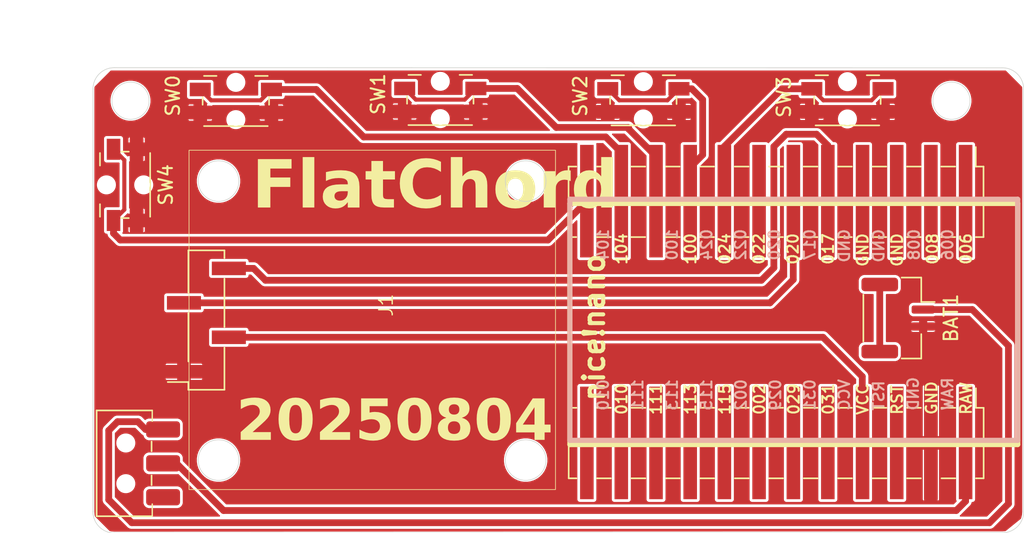
<source format=kicad_pcb>
(kicad_pcb (version 20241229) (generator "pcbnew") (generator_version "9.0")
  (layers (0 "F.Cu" signal) (2 "B.Cu" signal) (13 "F.Paste" user) (15 "B.Paste" user) (5 "F.SilkS" user "F.Silkscreen") (7 "B.SilkS" user "B.Silkscreen") (1 "F.Mask" user) (3 "B.Mask" user) (25 "Edge.Cuts" user))
  (net 0 "")
  (net 1 "/B+")
  (net 2 "/SCL")
  (net 3 "VCC")
  (net 4 "GND")
  (net 5 "/SDA")
  (net 6 "/index")
  (net 7 "/middle")
  (net 8 "/ring")
  (net 9 "/pinky")
  (net 10 "/thumb")
  (net 11 "/RAW")
  (net 27 "/mp")
  (footprint "footprints:JST_GH_SM02B-GHS-TB_1x02-1MP_P1.25mm_Horizontal" (layer "F.Cu") (at 227.11 84.105 -90)
    (property "Reference" "BAT1" (at 0 -3.9 90) (layer "F.SilkS"))
    (property "Value" "JST-GH 1.25")
    (fp_line (start -1.715 2.56) (end 1.715 2.56) (stroke (width 0.12)) (layer "F.SilkS"))
    (fp_line (start -2.985 -0.26) (end -2.985 -1.71) (stroke (width 0.12)) (layer "F.SilkS"))
    (fp_line (start 2.985 -0.26) (end 2.985 -1.71) (stroke (width 0.12)) (layer "F.SilkS"))
    (fp_line (start -2.985 -1.71) (end -1.185 -1.71) (stroke (width 0.12)) (layer "F.SilkS"))
    (fp_line (start -1.185 -1.71) (end -1.185 -2.7) (stroke (width 0.12)) (layer "F.SilkS"))
    (fp_line (start 2.985 -1.71) (end 1.185 -1.71) (stroke (width 0.12)) (layer "F.SilkS"))
    (pad "1" smd roundrect (at -0.625 -1.85 270) (size 0.6 1.7) (layers "F.Cu" "F.Mask" "F.Paste") (net 1 "/B+"))
    (pad "2" smd roundrect (at 0.625 -1.85 270) (size 0.6 1.7) (layers "F.Cu" "F.Mask" "F.Paste") (net 4 "GND"))
    (pad "3" smd roundrect (at -2.475 1.35 270) (size 1 2.7) (layers "F.Cu" "F.Mask" "F.Paste") (net 27 "/mp"))
    (pad "4" smd roundrect (at 2.475 1.35 270) (size 1 2.7) (layers "F.Cu" "F.Mask" "F.Paste") (net 27 "/mp"))
  )
  (footprint "Button_Switch_SMD:Panasonic_EVQPUL_EVQPUC" (layer "F.Cu") (at 223.375 68.05)
    (property "Reference" "SW3" (at -4.685 -0.24 90) (layer "F.SilkS"))
    (property "Value" "SW_SPST" (hide yes))
    (fp_line (start -2.45 0.275) (end -2.45 -0.275) (stroke (width 0.12)) (layer "F.SilkS"))
    (fp_line (start -1.425 -1.85) (end -2.35 -1.85) (stroke (width 0.12)) (layer "F.SilkS"))
    (fp_line (start 2.35 -1.85) (end 1.425 -1.85) (stroke (width 0.12)) (layer "F.SilkS"))
    (fp_line (start 2.35 1.85) (end -2.35 1.85) (stroke (width 0.12)) (layer "F.SilkS"))
    (fp_line (start 2.45 0.275) (end 2.45 -0.275) (stroke (width 0.12)) (layer "F.SilkS"))
    (pad "" np_thru_hole circle (at 0 -1.375 180) (size 0.9 0.9) (drill 0.9) (layers "*.Cu" "*.Mask"))
    (pad "" np_thru_hole circle (at 0 1.375 180) (size 0.9 0.9) (drill 0.9) (layers "*.Cu" "*.Mask"))
    (pad "1" smd rect (at -2.625 -0.85 180) (size 1.55 1) (layers "F.Cu" "F.Mask" "F.Paste") (net 9 "/pinky"))
    (pad "1" smd rect (at 2.625 -0.85 180) (size 1.55 1) (layers "F.Cu" "F.Mask" "F.Paste") (net 9 "/pinky"))
    (pad "2" smd rect (at -2.625 0.85 180) (size 1.55 1) (layers "F.Cu" "F.Mask" "F.Paste") (net 4 "GND"))
    (pad "2" smd rect (at 2.625 0.85 180) (size 1.55 1) (layers "F.Cu" "F.Mask" "F.Paste") (net 4 "GND"))
  )
  (footprint "Button_Switch_SMD:Panasonic_EVQPUL_EVQPUC" (layer "F.Cu") (at 178.275 68.1)
    (property "Reference" "SW0" (at -4.645 -0.39 90) (layer "F.SilkS"))
    (property "Value" "SW_SPST" (hide yes))
    (fp_line (start -2.45 0.275) (end -2.45 -0.275) (stroke (width 0.12)) (layer "F.SilkS"))
    (fp_line (start -1.425 -1.85) (end -2.35 -1.85) (stroke (width 0.12)) (layer "F.SilkS"))
    (fp_line (start 2.35 -1.85) (end 1.425 -1.85) (stroke (width 0.12)) (layer "F.SilkS"))
    (fp_line (start 2.35 1.85) (end -2.35 1.85) (stroke (width 0.12)) (layer "F.SilkS"))
    (fp_line (start 2.45 0.275) (end 2.45 -0.275) (stroke (width 0.12)) (layer "F.SilkS"))
    (pad "" np_thru_hole circle (at 0 -1.375 180) (size 0.9 0.9) (drill 0.9) (layers "*.Cu" "*.Mask"))
    (pad "" np_thru_hole circle (at 0 1.375 180) (size 0.9 0.9) (drill 0.9) (layers "*.Cu" "*.Mask"))
    (pad "1" smd rect (at -2.625 -0.85 180) (size 1.55 1) (layers "F.Cu" "F.Mask" "F.Paste") (net 6 "/index"))
    (pad "1" smd rect (at 2.625 -0.85 180) (size 1.55 1) (layers "F.Cu" "F.Mask" "F.Paste") (net 6 "/index"))
    (pad "2" smd rect (at -2.625 0.85 180) (size 1.55 1) (layers "F.Cu" "F.Mask" "F.Paste") (net 4 "GND"))
    (pad "2" smd rect (at 2.625 0.85 180) (size 1.55 1) (layers "F.Cu" "F.Mask" "F.Paste") (net 4 "GND"))
  )
  (footprint "footprints:nnv2-smd-2x" (layer "F.Cu") (at 218.15 84.545 180)
    (property "Reference" "U2" (hide yes))
    (property "Value" "Nice! Nano (ProMicro)" (hide yes))
    (fp_line (start 15.34 11.61) (end 15.34 6.41) (stroke (width 0.12)) (layer "F.SilkS"))
    (fp_line (start 15.33 -6.18) (end 15.33 -11.38) (stroke (width 0.12)) (layer "F.SilkS"))
    (fp_line (start 15.24 8.89) (end 15.24 -8.89) (stroke (width 0.381)) (layer "F.SilkS"))
    (fp_line (start 15.24 -8.89) (end -15.24 -8.89) (stroke (width 0.381)) (layer "F.SilkS"))
    (fp_line (start 14.77 11.61) (end 15.34 11.61) (stroke (width 0.12)) (layer "F.SilkS"))
    (fp_line (start 14.77 6.41) (end 15.34 6.41) (stroke (width 0.12)) (layer "F.SilkS"))
    (fp_line (start 14.76 -6.18) (end 15.33 -6.18) (stroke (width 0.12)) (layer "F.SilkS"))
    (fp_line (start 14.76 -11.38) (end 15.33 -11.38) (stroke (width 0.12)) (layer "F.SilkS"))
    (fp_line (start 12.23 11.61) (end 13.25 11.61) (stroke (width 0.12)) (layer "F.SilkS"))
    (fp_line (start 12.23 6.41) (end 13.25 6.41) (stroke (width 0.12)) (layer "F.SilkS"))
    (fp_line (start 12.22 -6.18) (end 13.24 -6.18) (stroke (width 0.12)) (layer "F.SilkS"))
    (fp_line (start 12.22 -11.38) (end 13.24 -11.38) (stroke (width 0.12)) (layer "F.SilkS"))
    (fp_line (start 9.69 11.61) (end 10.71 11.61) (stroke (width 0.12)) (layer "F.SilkS"))
    (fp_line (start 9.69 6.41) (end 10.71 6.41) (stroke (width 0.12)) (layer "F.SilkS"))
    (fp_line (start 9.68 -6.18) (end 10.7 -6.18) (stroke (width 0.12)) (layer "F.SilkS"))
    (fp_line (start 9.68 -11.38) (end 10.7 -11.38) (stroke (width 0.12)) (layer "F.SilkS"))
    (fp_line (start 7.15 11.61) (end 8.17 11.61) (stroke (width 0.12)) (layer "F.SilkS"))
    (fp_line (start 7.15 6.41) (end 8.17 6.41) (stroke (width 0.12)) (layer "F.SilkS"))
    (fp_line (start 7.14 -6.18) (end 8.16 -6.18) (stroke (width 0.12)) (layer "F.SilkS"))
    (fp_line (start 7.14 -11.38) (end 8.16 -11.38) (stroke (width 0.12)) (layer "F.SilkS"))
    (fp_line (start 4.61 11.61) (end 5.63 11.61) (stroke (width 0.12)) (layer "F.SilkS"))
    (fp_line (start 4.61 6.41) (end 5.63 6.41) (stroke (width 0.12)) (layer "F.SilkS"))
    (fp_line (start 4.6 -6.18) (end 5.62 -6.18) (stroke (width 0.12)) (layer "F.SilkS"))
    (fp_line (start 4.6 -11.38) (end 5.62 -11.38) (stroke (width 0.12)) (layer "F.SilkS"))
    (fp_line (start 2.07 11.61) (end 3.09 11.61) (stroke (width 0.12)) (layer "F.SilkS"))
    (fp_line (start 2.07 6.41) (end 3.09 6.41) (stroke (width 0.12)) (layer "F.SilkS"))
    (fp_line (start 2.06 -6.18) (end 3.08 -6.18) (stroke (width 0.12)) (layer "F.SilkS"))
    (fp_line (start 2.06 -11.38) (end 3.08 -11.38) (stroke (width 0.12)) (layer "F.SilkS"))
    (fp_line (start -0.47 11.61) (end 0.55 11.61) (stroke (width 0.12)) (layer "F.SilkS"))
    (fp_line (start -0.47 6.41) (end 0.55 6.41) (stroke (width 0.12)) (layer "F.SilkS"))
    (fp_line (start -0.48 -6.18) (end 0.54 -6.18) (stroke (width 0.12)) (layer "F.SilkS"))
    (fp_line (start -0.48 -11.38) (end 0.54 -11.38) (stroke (width 0.12)) (layer "F.SilkS"))
    (fp_line (start -3.01 11.61) (end -1.99 11.61) (stroke (width 0.12)) (layer "F.SilkS"))
    (fp_line (start -3.01 6.41) (end -1.99 6.41) (stroke (width 0.12)) (layer "F.SilkS"))
    (fp_line (start -3.02 -6.18) (end -2 -6.18) (stroke (width 0.12)) (layer "F.SilkS"))
    (fp_line (start -3.02 -11.38) (end -2 -11.38) (stroke (width 0.12)) (layer "F.SilkS"))
    (fp_line (start -5.55 11.61) (end -4.53 11.61) (stroke (width 0.12)) (layer "F.SilkS"))
    (fp_line (start -5.55 6.41) (end -4.53 6.41) (stroke (width 0.12)) (layer "F.SilkS"))
    (fp_line (start -5.56 -6.18) (end -4.54 -6.18) (stroke (width 0.12)) (layer "F.SilkS"))
    (fp_line (start -5.56 -11.38) (end -4.54 -11.38) (stroke (width 0.12)) (layer "F.SilkS"))
    (fp_line (start -8.09 11.61) (end -7.07 11.61) (stroke (width 0.12)) (layer "F.SilkS"))
    (fp_line (start -8.09 6.41) (end -7.07 6.41) (stroke (width 0.12)) (layer "F.SilkS"))
    (fp_line (start -8.1 -6.18) (end -7.08 -6.18) (stroke (width 0.12)) (layer "F.SilkS"))
    (fp_line (start -8.1 -11.38) (end -7.08 -11.38) (stroke (width 0.12)) (layer "F.SilkS"))
    (fp_line (start -10.63 11.61) (end -9.61 11.61) (stroke (width 0.12)) (layer "F.SilkS"))
    (fp_line (start -10.63 6.41) (end -9.61 6.41) (stroke (width 0.12)) (layer "F.SilkS"))
    (fp_line (start -10.64 -6.18) (end -9.62 -6.18) (stroke (width 0.12)) (layer "F.SilkS"))
    (fp_line (start -10.64 -11.38) (end -9.62 -11.38) (stroke (width 0.12)) (layer "F.SilkS"))
    (fp_line (start -13.17 11.61) (end -12.15 11.61) (stroke (width 0.12)) (layer "F.SilkS"))
    (fp_line (start -13.17 6.41) (end -12.15 6.41) (stroke (width 0.12)) (layer "F.SilkS"))
    (fp_line (start -13.18 -6.18) (end -12.16 -6.18) (stroke (width 0.12)) (layer "F.SilkS"))
    (fp_line (start -13.18 -11.38) (end -12.16 -11.38) (stroke (width 0.12)) (layer "F.SilkS"))
    (fp_line (start -14.69 13.05) (end -14.69 11.61) (stroke (width 0.12)) (layer "F.SilkS"))
    (fp_line (start -14.7 -4.74) (end -14.7 -6.18) (stroke (width 0.12)) (layer "F.SilkS"))
    (fp_line (start -15.24 8.89) (end 15.24 8.89) (stroke (width 0.381)) (layer "F.SilkS"))
    (fp_line (start -15.24 -8.89) (end -17.78 -8.89) (stroke (width 0.381)) (layer "F.SilkS"))
    (fp_line (start -15.26 11.61) (end -14.69 11.61) (stroke (width 0.12)) (layer "F.SilkS"))
    (fp_line (start -15.26 11.61) (end -15.26 6.41) (stroke (width 0.12)) (layer "F.SilkS"))
    (fp_line (start -15.26 6.41) (end -14.69 6.41) (stroke (width 0.12)) (layer "F.SilkS"))
    (fp_line (start -15.27 -6.18) (end -14.7 -6.18) (stroke (width 0.12)) (layer "F.SilkS"))
    (fp_line (start -15.27 -6.18) (end -15.27 -11.38) (stroke (width 0.12)) (layer "F.SilkS"))
    (fp_line (start -15.27 -11.38) (end -14.7 -11.38) (stroke (width 0.12)) (layer "F.SilkS"))
    (fp_line (start -17.78 8.89) (end -15.24 8.89) (stroke (width 0.381)) (layer "F.SilkS"))
    (fp_line (start -17.78 -8.89) (end -17.78 8.89) (stroke (width 0.381)) (layer "F.SilkS"))
    (fp_line (start 15.24 9.2) (end 15.24 -8.58) (stroke (width 0.381)) (layer "B.SilkS"))
    (fp_line (start 15.24 -8.58) (end -17.78 -8.58) (stroke (width 0.381)) (layer "B.SilkS"))
    (fp_line (start -17.78 9.2) (end 15.24 9.2) (stroke (width 0.381)) (layer "B.SilkS"))
    (fp_line (start -17.78 -8.58) (end -17.78 9.2) (stroke (width 0.381)) (layer "B.SilkS"))
    (fp_text user "GND" (at -6.35 5.461 90) (layer "F.SilkS") (effects (font (size 0.8 0.8))))
    (fp_text user "113" (at 6.35 -5.537191 90) (layer "F.SilkS") (effects (font (size 0.8 0.8))))
    (fp_text user "104" (at 11.43 5.53719 90) (layer "F.SilkS") (effects (font (size 0.8 0.8))))
    (fp_text user "031" (at -3.81 -5.537191 90) (layer "F.SilkS") (effects (font (size 0.8 0.8))))
    (fp_text user "RST" (at -8.89 -5.588 90) (layer "F.SilkS") (effects (font (size 0.8 0.8))))
    (fp_text user "006" (at -13.97 5.53719 90) (layer "F.SilkS") (effects (font (size 0.8 0.8))))
    (fp_text user "RAW" (at -13.97 -5.473715 90) (layer "F.SilkS") (effects (font (size 0.8 0.8))))
    (fp_text user "010" (at 11.43 -5.537191 90) (layer "F.SilkS") (effects (font (size 0.8 0.8))))
    (fp_text user "GND" (at -8.89 5.461 90) (layer "F.SilkS") (effects (font (size 0.8 0.8))))
    (fp_text user "022" (at 1.3 5.53719 90) (layer "F.SilkS") (effects (font (size 0.8 0.8))))
    (fp_text user "111" (at 8.89 -5.537191 90) (layer "F.SilkS") (effects (font (size 0.8 0.8))))
    (fp_text user "020" (at -1.2 5.53719 90) (layer "F.SilkS") (effects (font (size 0.8 0.8))))
    (fp_text user "115" (at 3.81 -5.537191 90) (layer "F.SilkS") (effects (font (size 0.8 0.8))))
    (fp_text user "017" (at -3.8 5.53719 90) (layer "F.SilkS") (effects (font (size 0.8 0.8))))
    (fp_text user "nice!nano" (at 13.462 -0.254 90) (layer "F.SilkS") (effects (font (size 1.5 1.5) (thickness 0.3))))
    (fp_text user "029" (at -1.27 -5.537191 90) (layer "F.SilkS") (effects (font (size 0.8 0.8))))
    (fp_text user "024" (at 3.81 5.53719 90) (layer "F.SilkS") (effects (font (size 0.8 0.8))))
    (fp_text user "GND" (at -11.43 -5.454667 90) (layer "F.SilkS") (effects (font (size 0.8 0.8))))
    (fp_text user "100" (at 6.35 5.53719 90) (layer "F.SilkS") (effects (font (size 0.8 0.8))))
    (fp_text user "VCC" (at -6.35 -5.537191 90) (layer "F.SilkS") (effects (font (size 0.8 0.8))))
    (fp_text user "002" (at 1.27 -5.537191 90) (layer "F.SilkS") (effects (font (size 0.8 0.8))))
    (fp_text user "008" (at -11.5 5.53719 90) (layer "F.SilkS") (effects (font (size 0.8 0.8))))
    (fp_text user "VCC" (at -4.99 -5.227191 90) (layer "B.SilkS") (effects (font (size 0.8 0.8)) (justify mirror)))
    (fp_text user "024" (at 5.16 5.84719 90) (layer "B.SilkS") (effects (font (size 0.8 0.8)) (justify mirror)))
    (fp_text user "008" (at -10.14 5.84719 90) (layer "B.SilkS") (effects (font (size 0.8 0.8)) (justify mirror)))
    (fp_text user "111" (at 10.25 -5.227191 90) (layer "B.SilkS") (effects (font (size 0.8 0.8)) (justify mirror)))
    (fp_text user "104" (at 12.79 5.84719 90) (layer "B.SilkS") (effects (font (size 0.8 0.8)) (justify mirror)))
    (fp_text user "GND" (at -7.53 5.771 90) (layer "B.SilkS") (effects (font (size 0.8 0.8)) (justify mirror)))
    (fp_text user "RST" (at -7.53 -5.278 90) (layer "B.SilkS") (effects (font (size 0.8 0.8)) (justify mirror)))
    (fp_text user "002" (at 2.63 -5.227191 90) (layer "B.SilkS") (effects (font (size 0.8 0.8)) (justify mirror)))
    (fp_text user "006" (at -12.61 5.84719 90) (layer "B.SilkS") (effects (font (size 0.8 0.8)) (justify mirror)))
    (fp_text user "010" (at 12.79 -5.227191 90) (layer "B.SilkS") (effects (font (size 0.8 0.8)) (justify mirror)))
    (fp_text user "RAW" (at -12.61 -5.163715 90) (layer "B.SilkS") (effects (font (size 0.8 0.8)) (justify mirror)))
    (fp_text user "022" (at 2.66 5.84719 90) (layer "B.SilkS") (effects (font (size 0.8 0.8)) (justify mirror)))
    (fp_text user "029" (at 0.09 -5.227191 90) (layer "B.SilkS") (effects (font (size 0.8 0.8)) (justify mirror)))
    (fp_text user "100" (at 7.71 5.84719 90) (layer "B.SilkS") (effects (font (size 0.8 0.8)) (justify mirror)))
    (fp_text user "115" (at 5.17 -5.227191 90) (layer "B.SilkS") (effects (font (size 0.8 0.8)) (justify mirror)))
    (fp_text user "GND" (at -10.07 -5.144667 90) (layer "B.SilkS") (effects (font (size 0.8 0.8)) (justify mirror)))
    (fp_text user "017" (at -2.45 5.84719 90) (layer "B.SilkS") (effects (font (size 0.8 0.8)) (justify mirror)))
    (fp_text user "113" (at 7.71 -5.227191 90) (layer "B.SilkS") (effects (font (size 0.8 0.8)) (justify mirror)))
    (fp_text user "031" (at -2.45 -5.227191 90) (layer "B.SilkS") (effects (font (size 0.8 0.8)) (justify mirror)))
    (fp_text user "020" (at 0.16 5.84719 90) (layer "B.SilkS") (effects (font (size 0.8 0.8)) (justify mirror)))
    (fp_text user "GND" (at -4.99 5.771 90) (layer "B.SilkS") (effects (font (size 0.8 0.8)) (justify mirror)))
    (pad "1" smd rect (at -13.94 9.06 270) (size 8.3 1) (layers "F.Cu" "F.Mask" "F.Paste"))
    (pad "2" smd rect (at -11.38 9.06 270) (size 8.3 1) (layers "F.Cu" "F.Mask" "F.Paste"))
    (pad "3" smd rect (at -8.86 9.06 270) (size 8.3 1) (layers "F.Cu" "F.Mask" "F.Paste"))
    (pad "4" smd rect (at -6.34 9.06 270) (size 8.3 1) (layers "F.Cu" "F.Mask" "F.Paste"))
    (pad "5" smd rect (at -3.78 9.06 270) (size 8.3 1) (layers "F.Cu" "F.Mask" "F.Paste") (net 5 "/SDA"))
    (pad "6" smd rect (at -1.24 9.06 270) (size 8.3 1) (layers "F.Cu" "F.Mask" "F.Paste") (net 2 "/SCL"))
    (pad "7" smd rect (at 1.29 9.06 270) (size 8.3 1) (layers "F.Cu" "F.Mask" "F.Paste"))
    (pad "8" smd rect (at 3.85 9.06 270) (size 8.3 1) (layers "F.Cu" "F.Mask" "F.Paste") (net 9 "/pinky"))
    (pad "9" smd rect (at 6.37 9.06 270) (size 8.3 1) (layers "F.Cu" "F.Mask" "F.Paste") (net 8 "/ring"))
    (pad "10" smd rect (at 8.89 9.06 270) (size 8.3 1) (layers "F.Cu" "F.Mask" "F.Paste") (net 7 "/middle"))
    (pad "11" smd rect (at 11.45 9.06 270) (size 8.3 1) (layers "F.Cu" "F.Mask" "F.Paste") (net 6 "/index"))
    (pad "12" smd rect (at 13.99 9.06 270) (size 8.3 1) (layers "F.Cu" "F.Mask" "F.Paste") (net 10 "/thumb"))
    (pad "13" smd rect (at 13.99 -8.77 270) (size 8.3 1) (layers "F.Cu" "F.Mask" "F.Paste"))
    (pad "14" smd rect (at 11.45 -8.77 270) (size 8.3 1) (layers "F.Cu" "F.Mask" "F.Paste"))
    (pad "15" smd rect (at 8.89 -8.77 270) (size 8.3 1) (layers "F.Cu" "F.Mask" "F.Paste"))
    (pad "16" smd rect (at 6.37 -8.77 270) (size 8.3 1) (layers "F.Cu" "F.Mask" "F.Paste"))
    (pad "17" smd rect (at 3.85 -8.77 270) (size 8.3 1) (layers "F.Cu" "F.Mask" "F.Paste"))
    (pad "18" smd rect (at 1.29 -8.77 270) (size 8.3 1) (layers "F.Cu" "F.Mask" "F.Paste"))
    (pad "19" smd rect (at -1.24 -8.77 270) (size 8.3 1) (layers "F.Cu" "F.Mask" "F.Paste"))
    (pad "20" smd rect (at -3.78 -8.77 270) (size 8.3 1) (layers "F.Cu" "F.Mask" "F.Paste"))
    (pad "21" smd rect (at -6.34 -8.77 270) (size 8.3 1) (layers "F.Cu" "F.Mask" "F.Paste") (net 3 "VCC"))
    (pad "22" smd rect (at -8.86 -8.77 270) (size 8.3 1) (layers "F.Cu" "F.Mask" "F.Paste"))
    (pad "23" smd rect (at -11.38 -8.77 270) (size 8.3 1) (layers "F.Cu" "F.Mask" "F.Paste") (net 4 "GND"))
    (pad "24" smd rect (at -13.94 -8.77 270) (size 8.3 1) (layers "F.Cu" "F.Mask" "F.Paste") (net 11 "/RAW"))
  )
  (footprint "sw_spdt_slide_mskt-12c03:Untitled" (layer "F.Cu") (at 170.41 94.82 -90)
    (property "Reference" "SW5" (hide yes))
    (property "Value" "SW_DPDT_x2" (hide yes))
    (fp_line (start -3.9 2.4) (end 3.9 2.4) (stroke (width 0.12)) (layer "F.SilkS"))
    (fp_line (start -3.9 2.4) (end -3.9 -1.7) (stroke (width 0.12)) (layer "F.SilkS"))
    (fp_line (start -0.9 -1.65) (end -1.6 -1.65) (stroke (width 0.12)) (layer "F.SilkS"))
    (fp_line (start 1.6 -1.65) (end 0.9 -1.65) (stroke (width 0.12)) (layer "F.SilkS"))
    (fp_line (start 3.9 -1.65) (end 3.9 2.4) (stroke (width 0.12)) (layer "F.SilkS"))
    (fp_line (start -3.1 -1.7) (end -3.9 -1.7) (stroke (width 0.1)) (layer "F.SilkS"))
    (fp_line (start 3 -1.7) (end 3.9 -1.7) (stroke (width 0.1)) (layer "F.SilkS"))
    (pad "" np_thru_hole circle (at -1.5 0.25 270) (size 0.9 0.9) (drill 0.9) (layers "*.Cu" "*.Mask"))
    (pad "" np_thru_hole circle (at 1.5 0.25 270) (size 0.9 0.9) (drill 0.9) (layers "*.Cu" "*.Mask"))
    (pad "1" smd roundrect (at -2.5 -2.5 270) (size 1.2 2.5) (layers "F.Cu" "F.Mask" "F.Paste") (roundrect_rratio 0.2) (net 1 "/B+"))
    (pad "2" smd roundrect (at 0 -2.5 270) (size 1.2 2.5) (layers "F.Cu" "F.Mask" "F.Paste") (roundrect_rratio 0.2) (net 11 "/RAW"))
    (pad "3" smd roundrect (at 2.5 -2.5 270) (size 1.2 2.5) (layers "F.Cu" "F.Mask" "F.Paste") (roundrect_rratio 0.2))
  )
  (footprint "ssd1306-smd-header:lightblue-ssd1306-smd" (layer "F.Cu") (at 187.6225 83.28 90)
    (property "Reference" "J1" (at 0.125 1.725 90) (layer "F.SilkS") (effects (font (thickness 0.1))))
    (property "Value" "OLED SSD1306")
    (fp_line (start 1.055 -12.85) (end 4.165 -12.85) (stroke (width 0.12)) (layer "F.SilkS"))
    (fp_line (start -4.025 -12.85) (end -0.465 -12.85) (stroke (width 0.12)) (layer "F.SilkS"))
    (fp_line (start -5.545 -12.85) (end -5.545 -14.37) (stroke (width 0.12)) (layer "F.SilkS"))
    (fp_line (start -6.115 -12.85) (end -5.545 -12.85) (stroke (width 0.12)) (layer "F.SilkS"))
    (fp_line (start 4.165 -10.19) (end 4.165 -12.85) (stroke (width 0.12)) (layer "F.SilkS"))
    (fp_line (start 3.595 -10.19) (end 4.165 -10.19) (stroke (width 0.12)) (layer "F.SilkS"))
    (fp_line (start -1.485 -10.19) (end 2.075 -10.19) (stroke (width 0.12)) (layer "F.SilkS"))
    (fp_line (start -6.115 -10.19) (end -6.115 -12.85) (stroke (width 0.12)) (layer "F.SilkS"))
    (fp_line (start -6.115 -10.19) (end -3.005 -10.19) (stroke (width 0.12)) (layer "F.SilkS"))
    (fp_rect (start -13.475 -12.8) (end 11.55 14.225) (stroke (width 0.05)) (fill no) (layer "F.SilkS"))
    (fp_circle (center 9.275 -10.625) (end 10.775 -10.625) (stroke (width 0.05)) (fill no) (layer "Edge.Cuts"))
    (fp_circle (center -11.3 -10.625) (end -9.8 -10.625) (stroke (width 0.05)) (fill no) (layer "Edge.Cuts"))
    (fp_circle (center 9.275 12.025) (end 10.775 12.025) (stroke (width 0.05)) (fill no) (layer "Edge.Cuts"))
    (fp_circle (center -11.3 12.025) (end -9.8 12.025) (stroke (width 0.05)) (fill no) (layer "Edge.Cuts"))
    (pad "1" smd rect (at -4.785 -13.175 180) (size 2.51 1) (layers "F.Cu" "F.Mask" "F.Paste") (net 4 "GND"))
    (pad "2" smd rect (at -2.245 -9.865 180) (size 2.51 1) (layers "F.Cu" "F.Mask" "F.Paste") (net 3 "VCC"))
    (pad "3" smd rect (at 0.295 -13.175 180) (size 2.51 1) (layers "F.Cu" "F.Mask" "F.Paste") (net 2 "/SCL"))
    (pad "4" smd rect (at 2.835 -9.865 180) (size 2.51 1) (layers "F.Cu" "F.Mask" "F.Paste") (net 5 "/SDA"))
  )
  (footprint "Button_Switch_SMD:Panasonic_EVQPUL_EVQPUC" (layer "F.Cu") (at 208.325 68.05)
    (property "Reference" "SW2" (at -4.655 -0.32 90) (layer "F.SilkS"))
    (property "Value" "SW_SPST" (hide yes))
    (fp_line (start -2.45 0.275) (end -2.45 -0.275) (stroke (width 0.12)) (layer "F.SilkS"))
    (fp_line (start -1.425 -1.85) (end -2.35 -1.85) (stroke (width 0.12)) (layer "F.SilkS"))
    (fp_line (start 2.35 -1.85) (end 1.425 -1.85) (stroke (width 0.12)) (layer "F.SilkS"))
    (fp_line (start 2.35 1.85) (end -2.35 1.85) (stroke (width 0.12)) (layer "F.SilkS"))
    (fp_line (start 2.45 0.275) (end 2.45 -0.275) (stroke (width 0.12)) (layer "F.SilkS"))
    (pad "" np_thru_hole circle (at 0 -1.375 180) (size 0.9 0.9) (drill 0.9) (layers "*.Cu" "*.Mask"))
    (pad "" np_thru_hole circle (at 0 1.375 180) (size 0.9 0.9) (drill 0.9) (layers "*.Cu" "*.Mask"))
    (pad "1" smd rect (at -2.625 -0.85 180) (size 1.55 1) (layers "F.Cu" "F.Mask" "F.Paste") (net 8 "/ring"))
    (pad "1" smd rect (at 2.625 -0.85 180) (size 1.55 1) (layers "F.Cu" "F.Mask" "F.Paste") (net 8 "/ring"))
    (pad "2" smd rect (at -2.625 0.85 180) (size 1.55 1) (layers "F.Cu" "F.Mask" "F.Paste") (net 4 "GND"))
    (pad "2" smd rect (at 2.625 0.85 180) (size 1.55 1) (layers "F.Cu" "F.Mask" "F.Paste") (net 4 "GND"))
  )
  (footprint "Button_Switch_SMD:Panasonic_EVQPUL_EVQPUC" (layer "F.Cu") (at 193.35 68.025)
    (property "Reference" "SW1" (at -4.59 -0.435 90) (layer "F.SilkS"))
    (property "Value" "SW_SPST" (hide yes))
    (fp_line (start -2.45 0.275) (end -2.45 -0.275) (stroke (width 0.12)) (layer "F.SilkS"))
    (fp_line (start -1.425 -1.85) (end -2.35 -1.85) (stroke (width 0.12)) (layer "F.SilkS"))
    (fp_line (start 2.35 -1.85) (end 1.425 -1.85) (stroke (width 0.12)) (layer "F.SilkS"))
    (fp_line (start 2.35 1.85) (end -2.35 1.85) (stroke (width 0.12)) (layer "F.SilkS"))
    (fp_line (start 2.45 0.275) (end 2.45 -0.275) (stroke (width 0.12)) (layer "F.SilkS"))
    (pad "" np_thru_hole circle (at 0 -1.375 180) (size 0.9 0.9) (drill 0.9) (layers "*.Cu" "*.Mask"))
    (pad "" np_thru_hole circle (at 0 1.375 180) (size 0.9 0.9) (drill 0.9) (layers "*.Cu" "*.Mask"))
    (pad "1" smd rect (at -2.625 -0.85 180) (size 1.55 1) (layers "F.Cu" "F.Mask" "F.Paste") (net 7 "/middle"))
    (pad "1" smd rect (at 2.625 -0.85 180) (size 1.55 1) (layers "F.Cu" "F.Mask" "F.Paste") (net 7 "/middle"))
    (pad "2" smd rect (at -2.625 0.85 180) (size 1.55 1) (layers "F.Cu" "F.Mask" "F.Paste") (net 4 "GND"))
    (pad "2" smd rect (at 2.625 0.85 180) (size 1.55 1) (layers "F.Cu" "F.Mask" "F.Paste") (net 4 "GND"))
  )
  (footprint "Button_Switch_SMD:Panasonic_EVQPUL_EVQPUC" (layer "F.Cu") (at 170.105 74.285 90)
    (property "Reference" "SW4" (at 0 3 90) (layer "F.SilkS"))
    (property "Value" "SW_SPST" (hide yes))
    (fp_line (start 2.35 -1.85) (end 1.425 -1.85) (stroke (width 0.12)) (layer "F.SilkS"))
    (fp_line (start -1.425 -1.85) (end -2.35 -1.85) (stroke (width 0.12)) (layer "F.SilkS"))
    (fp_line (start 2.45 0.275) (end 2.45 -0.275) (stroke (width 0.12)) (layer "F.SilkS"))
    (fp_line (start -2.45 0.275) (end -2.45 -0.275) (stroke (width 0.12)) (layer "F.SilkS"))
    (fp_line (start 2.35 1.85) (end -2.35 1.85) (stroke (width 0.12)) (layer "F.SilkS"))
    (pad "" np_thru_hole circle (at 0 -1.375 270) (size 0.9 0.9) (drill 0.9) (layers "*.Cu" "*.Mask"))
    (pad "" np_thru_hole circle (at 0 1.375 270) (size 0.9 0.9) (drill 0.9) (layers "*.Cu" "*.Mask"))
    (pad "1" smd rect (at -2.625 -0.85 270) (size 1.55 1) (layers "F.Cu" "F.Mask" "F.Paste") (net 10 "/thumb"))
    (pad "1" smd rect (at 2.625 -0.85 270) (size 1.55 1) (layers "F.Cu" "F.Mask" "F.Paste") (net 10 "/thumb"))
    (pad "2" smd rect (at -2.625 0.85 270) (size 1.55 1) (layers "F.Cu" "F.Mask" "F.Paste") (net 4 "GND"))
    (pad "2" smd rect (at 2.625 0.85 270) (size 1.55 1) (layers "F.Cu" "F.Mask" "F.Paste") (net 4 "GND"))
  )
  (gr_line (start 236.369826 67.2201) (end 236.369826 98.379882) (stroke (width 0.05)) (layer "Edge.Cuts"))
  (gr_circle (center 231.045 68.08) (end 232.42 68.08) (stroke (width 0.05)) (fill no) (layer "Edge.Cuts"))
  (gr_circle (center 170.505 68.08) (end 171.88 68.08) (stroke (width 0.05)) (fill no) (layer "Edge.Cuts"))
  (gr_arc (start 167.740174 67.210118) (mid 168.2 66.1) (end 169.310118 65.640174) (stroke (width 0.05)) (layer "Edge.Cuts"))
  (gr_arc (start 234.799882 65.650174) (mid 235.91 66.11) (end 236.369826 67.220118) (stroke (width 0.05)) (layer "Edge.Cuts"))
  (gr_line (start 234.8099 99.939826) (end 169.320126 99.959794) (stroke (width 0.05)) (layer "Edge.Cuts"))
  (gr_line (start 234.7999 65.650174) (end 169.310118 65.640174) (stroke (width 0.05)) (layer "Edge.Cuts"))
  (gr_arc (start 169.320126 99.959794) (mid 168.203544 99.503533) (end 167.740174 98.389882) (stroke (width 0.05)) (layer "Edge.Cuts"))
  (gr_line (start 167.740174 98.389882) (end 167.740174 67.210118) (stroke (width 0.05)) (layer "Edge.Cuts"))
  (gr_arc (start 236.369826 98.379882) (mid 235.912929 99.482929) (end 234.809882 99.939826) (stroke (width 0.05)) (layer "Edge.Cuts"))
  (gr_text "FlatChord" (at 179.45 76.55 0) (layer "F.SilkS") (effects (font (size 3.5 3.5) (thickness 0.3) (bold yes)) (justify left bottom)))
  (gr_text "20250804" (at 178.3 93.6 0) (layer "F.SilkS") (effects (font (size 3 3) (thickness 0.3) (bold yes)) (justify left bottom)))
  (segment (start 171.05 91.75) (end 171.62 92.32) (width 0.5) (layer "F.Cu") (net 1))
  (segment (start 232.58 83.48) (end 235.25 86.15) (width 0.5) (layer "F.Cu") (net 1))
  (segment (start 171.62 92.32) (end 172.91 92.32) (width 0.5) (layer "F.Cu") (net 1))
  (segment (start 233.851 99.199) (end 170.599 99.199) (width 0.5) (layer "F.Cu") (net 1))
  (segment (start 168.9 92.4) (end 169.55 91.75) (width 0.5) (layer "F.Cu") (net 1))
  (segment (start 170.599 99.199) (end 168.9 97.5) (width 0.5) (layer "F.Cu") (net 1))
  (segment (start 235.25 97.8) (end 233.851 99.199) (width 0.5) (layer "F.Cu") (net 1))
  (segment (start 169.55 91.75) (end 171.05 91.75) (width 0.5) (layer "F.Cu") (net 1))
  (segment (start 235.25 86.15) (end 235.25 97.8) (width 0.5) (layer "F.Cu") (net 1))
  (segment (start 168.9 97.5) (end 168.9 92.4) (width 0.5) (layer "F.Cu") (net 1))
  (segment (start 228.96 83.48) (end 232.58 83.48) (width 0.5) (layer "F.Cu") (net 1))
  (segment (start 217.665 82.985) (end 219.38 81.27) (width 0.5) (layer "F.Cu") (net 2))
  (segment (start 174.4475 82.985) (end 217.665 82.985) (width 0.5) (layer "F.Cu") (net 2))
  (segment (start 219.38 81.27) (end 219.38 78.06) (width 0.5) (layer "F.Cu") (net 2))
  (segment (start 177.7575 85.525) (end 221.575 85.525) (width 0.5) (layer "F.Cu") (net 3))
  (segment (start 224.47 88.42) (end 224.47 90.8) (width 0.5) (layer "F.Cu") (net 3))
  (segment (start 221.575 85.525) (end 224.47 88.42) (width 0.5) (layer "F.Cu") (net 3))
  (segment (start 179.585 80.445) (end 180.46 81.32) (width 0.5) (layer "F.Cu") (net 5))
  (segment (start 177.7575 80.445) (end 179.585 80.445) (width 0.5) (layer "F.Cu") (net 5))
  (segment (start 217.95 80.4) (end 217.95 71.463) (width 0.5) (layer "F.Cu") (net 5))
  (segment (start 221.92 71.37) (end 221.92 73.01) (width 0.5) (layer "F.Cu") (net 5))
  (segment (start 221.1 70.55) (end 221.92 71.37) (width 0.5) (layer "F.Cu") (net 5))
  (segment (start 217.95 71.463) (end 218.863 70.55) (width 0.5) (layer "F.Cu") (net 5))
  (segment (start 180.46 81.32) (end 217.03 81.32) (width 0.5) (layer "F.Cu") (net 5))
  (segment (start 217.03 81.32) (end 217.95 80.4) (width 0.5) (layer "F.Cu") (net 5))
  (segment (start 218.863 70.55) (end 221.1 70.55) (width 0.5) (layer "F.Cu") (net 5))
  (segment (start 175.65 67.25) (end 176.45 68.05) (width 0.3) (layer "F.Cu") (net 6))
  (segment (start 206.68 73.01) (end 206.68 71.88) (width 0.5) (layer "F.Cu") (net 6))
  (segment (start 206.68 71.88) (end 205.551 70.751) (width 0.5) (layer "F.Cu") (net 6))
  (segment (start 187.701 70.751) (end 184.2 67.25) (width 0.5) (layer "F.Cu") (net 6))
  (segment (start 180.1 68.05) (end 180.9 67.25) (width 0.3) (layer "F.Cu") (net 6))
  (segment (start 205.551 70.751) (end 187.701 70.751) (width 0.5) (layer "F.Cu") (net 6))
  (segment (start 184.2 67.25) (end 180.9 67.25) (width 0.5) (layer "F.Cu") (net 6))
  (segment (start 176.45 68.05) (end 180.1 68.05) (width 0.3) (layer "F.Cu") (net 6))
  (segment (start 207.25 70.175) (end 207.25 70.1) (width 0.5) (layer "F.Cu") (net 7))
  (segment (start 190.725 67.175) (end 191.55 68) (width 0.3) (layer "F.Cu") (net 7))
  (segment (start 207.25 70.1) (end 207.2 70.05) (width 0.5) (layer "F.Cu") (net 7))
  (segment (start 209.22 73.01) (end 209.22 72.145) (width 0.5) (layer "F.Cu") (net 7))
  (segment (start 195.15 68) (end 195.975 67.175) (width 0.3) (layer "F.Cu") (net 7))
  (segment (start 191.55 68) (end 195.15 68) (width 0.3) (layer "F.Cu") (net 7))
  (segment (start 207.2 70.05) (end 201.9 70.05) (width 0.5) (layer "F.Cu") (net 7))
  (segment (start 209.22 72.145) (end 207.25 70.175) (width 0.5) (layer "F.Cu") (net 7))
  (segment (start 201.9 70.05) (end 199.025 67.175) (width 0.5) (layer "F.Cu") (net 7))
  (segment (start 199.025 67.175) (end 195.975 67.175) (width 0.5) (layer "F.Cu") (net 7))
  (segment (start 206.549 68.049) (end 210.101 68.049) (width 0.3) (layer "F.Cu") (net 8))
  (segment (start 212.7 72.07) (end 212.7 68) (width 0.5) (layer "F.Cu") (net 8))
  (segment (start 210.101 68.049) (end 210.95 67.2) (width 0.3) (layer "F.Cu") (net 8))
  (segment (start 212.7 68) (end 211.9 67.2) (width 0.5) (layer "F.Cu") (net 8))
  (segment (start 205.7 67.2) (end 206.549 68.049) (width 0.3) (layer "F.Cu") (net 8))
  (segment (start 211.76 73.01) (end 212.7 72.07) (width 0.5) (layer "F.Cu") (net 8))
  (segment (start 211.9 67.2) (end 210.95 67.2) (width 0.5) (layer "F.Cu") (net 8))
  (segment (start 214.3 73.01) (end 214.3 71.45) (width 0.5) (layer "F.Cu") (net 9))
  (segment (start 214.3 71.45) (end 218.55 67.2) (width 0.5) (layer "F.Cu") (net 9))
  (segment (start 221.6 68.05) (end 225.15 68.05) (width 0.3) (layer "F.Cu") (net 9))
  (segment (start 218.55 67.2) (end 220.75 67.2) (width 0.5) (layer "F.Cu") (net 9))
  (segment (start 225.15 68.05) (end 226 67.2) (width 0.3) (layer "F.Cu") (net 9))
  (segment (start 220.75 67.2) (end 221.6 68.05) (width 0.3) (layer "F.Cu") (net 9))
  (segment (start 169.255 71.66) (end 170.05 72.455) (width 0.3) (layer "F.Cu") (net 10))
  (segment (start 170.05 76.115) (end 169.255 76.91) (width 0.3) (layer "F.Cu") (net 10))
  (segment (start 169.75 78.35) (end 169.255 77.855) (width 0.5) (layer "F.Cu") (net 10))
  (segment (start 201.295 78.35) (end 169.75 78.35) (width 0.5) (layer "F.Cu") (net 10))
  (segment (start 204.16 75.485) (end 201.295 78.35) (width 0.5) (layer "F.Cu") (net 10))
  (segment (start 169.255 77.855) (end 169.255 76.91) (width 0.5) (layer "F.Cu") (net 10))
  (segment (start 170.05 72.455) (end 170.05 76.115) (width 0.3) (layer "F.Cu") (net 10))
  (segment (start 232.09 97.61) (end 232.09 95.85) (width 0.5) (layer "F.Cu") (net 11))
  (segment (start 172.91 94.82) (end 173.89 94.82) (width 0.5) (layer "F.Cu") (net 11))
  (segment (start 173.89 94.82) (end 177.37 98.3) (width 0.5) (layer "F.Cu") (net 11))
  (segment (start 231.4 98.3) (end 232.09 97.61) (width 0.5) (layer "F.Cu") (net 11))
  (segment (start 177.37 98.3) (end 231.4 98.3) (width 0.5) (layer "F.Cu") (net 11))
  (segment (start 225.76 81.63) (end 225.76 86.58) (width 0.5) (layer "F.Cu") (net 27))
  (zone (net 4) (net_name "GND") (layer "F.Cu") (connect_pads (clearance 0.1)) (min_thickness 0.1) (fill yes (thermal_gap 0.1) (thermal_bridge_width 1))
    (polygon (pts (xy 169.05 65.85) (xy 235.05 65.85) (xy 236.3 67.1) (xy 236.3 98.8) (xy 235 99.85) (xy 234.85 99.9) (xy 234.35 99.9) (xy 169.05 99.899901) (xy 167.8 98.65) (xy 167.8 67.1)))
  )
)
</source>
